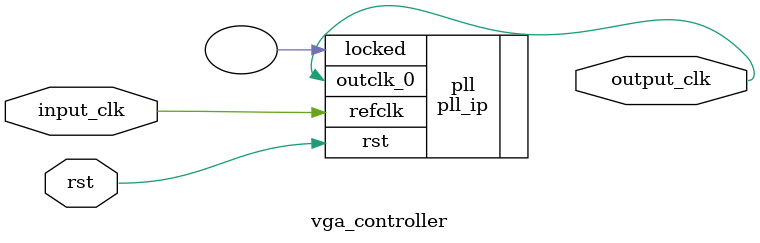
<source format=sv>
module vga_controller (
		input logic input_clk, // 50 MHz
		input logic rst, 
		output logic output_clk // f = 25.175 MHz -> period = 39.772 ns	
	);
	
	pll_ip pll (
		.refclk   (input_clk),   //  refclk.clk
		.rst      (rst),      //   reset.reset
		.outclk_0 (output_clk), // outclk0.clk
		.locked   ()    //  locked.export
	);
	
endmodule

</source>
